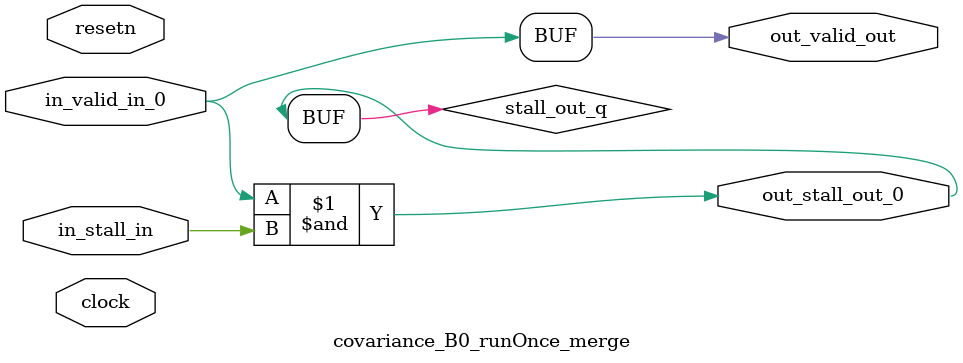
<source format=sv>



(* altera_attribute = "-name AUTO_SHIFT_REGISTER_RECOGNITION OFF; -name MESSAGE_DISABLE 10036; -name MESSAGE_DISABLE 10037; -name MESSAGE_DISABLE 14130; -name MESSAGE_DISABLE 14320; -name MESSAGE_DISABLE 15400; -name MESSAGE_DISABLE 14130; -name MESSAGE_DISABLE 10036; -name MESSAGE_DISABLE 12020; -name MESSAGE_DISABLE 12030; -name MESSAGE_DISABLE 12010; -name MESSAGE_DISABLE 12110; -name MESSAGE_DISABLE 14320; -name MESSAGE_DISABLE 13410; -name MESSAGE_DISABLE 113007; -name MESSAGE_DISABLE 10958" *)
module covariance_B0_runOnce_merge (
    input wire [0:0] in_stall_in,
    input wire [0:0] in_valid_in_0,
    output wire [0:0] out_stall_out_0,
    output wire [0:0] out_valid_out,
    input wire clock,
    input wire resetn
    );

    wire [0:0] stall_out_q;


    // stall_out(LOGICAL,6)
    assign stall_out_q = in_valid_in_0 & in_stall_in;

    // out_stall_out_0(GPOUT,4)
    assign out_stall_out_0 = stall_out_q;

    // out_valid_out(GPOUT,5)
    assign out_valid_out = in_valid_in_0;

endmodule

</source>
